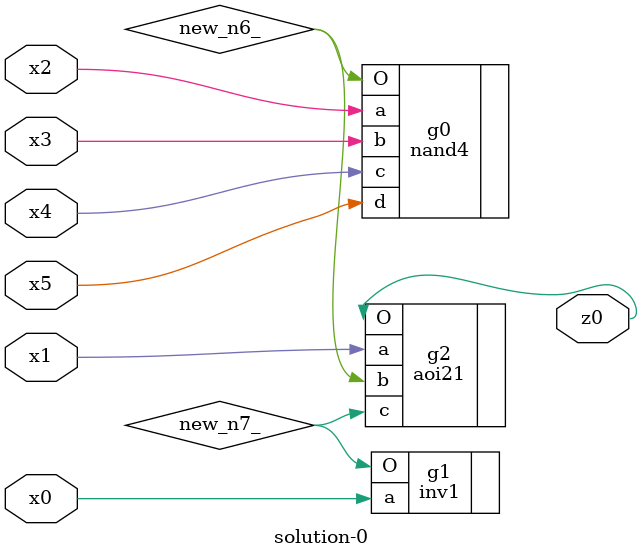
<source format=v>
module \solution-0 (
  x0, x1, x2, x3, x4, x5,
  z0 );
  input x0, x1, x2, x3, x4, x5;
  output z0;
  wire new_n6_, new_n7_;
  nand4  g0(.a(x2), .b(x3), .c(x4), .d(x5), .O(new_n6_));
  inv1  g1(.a(x0), .O(new_n7_));
  aoi21  g2(.a(x1), .b(new_n6_), .c(new_n7_), .O(z0));
endmodule

</source>
